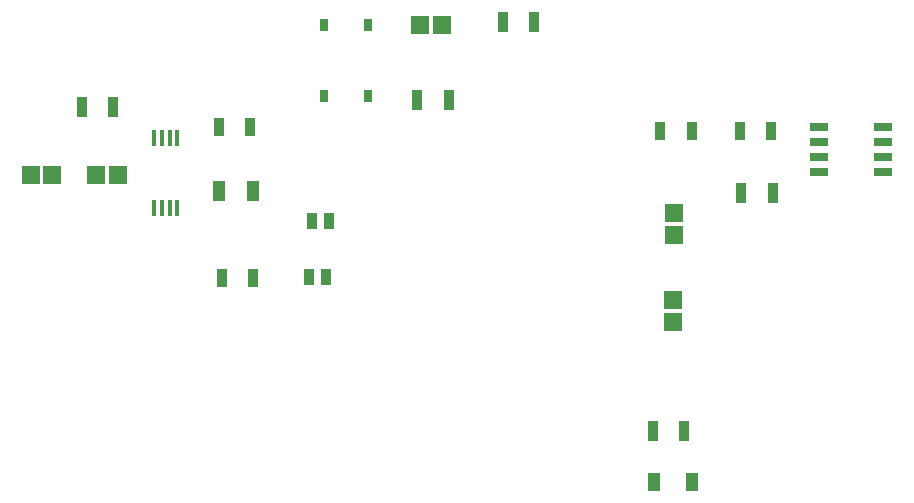
<source format=gtp>
G04*
G04 #@! TF.GenerationSoftware,Altium Limited,Altium Designer,24.1.2 (44)*
G04*
G04 Layer_Color=8421504*
%FSLAX44Y44*%
%MOMM*%
G71*
G04*
G04 #@! TF.SameCoordinates,48E260C1-2FA9-4A74-8A97-B6B365FA718B*
G04*
G04*
G04 #@! TF.FilePolarity,Positive*
G04*
G01*
G75*
%ADD17R,0.9561X1.6582*%
%ADD18R,0.9500X1.3500*%
%ADD19R,0.9561X1.6098*%
%ADD20R,1.5046X1.5562*%
%ADD21R,1.0000X1.5000*%
%ADD22R,1.5562X1.5046*%
%ADD23R,1.5250X0.6500*%
%ADD24R,0.7500X1.0000*%
%ADD25R,0.4500X1.4750*%
%ADD26R,1.1000X1.7000*%
%ADD27R,0.9000X1.6000*%
D17*
X790501Y388620D02*
D03*
X763979D02*
D03*
X280818Y662940D02*
D03*
X307340D02*
D03*
X838909Y590550D02*
D03*
X865431D02*
D03*
X636979Y735330D02*
D03*
X663501D02*
D03*
X591111Y669290D02*
D03*
X564589D02*
D03*
D18*
X472680Y519160D02*
D03*
X487680D02*
D03*
X475220Y566420D02*
D03*
X490220D02*
D03*
D19*
X399739Y518160D02*
D03*
X425761D02*
D03*
X423221Y646430D02*
D03*
X397199D02*
D03*
X863911Y642620D02*
D03*
X837889D02*
D03*
D20*
X255438Y605790D02*
D03*
X237322D02*
D03*
X293034D02*
D03*
X311150D02*
D03*
X585470Y732790D02*
D03*
X567354D02*
D03*
D21*
X765050Y345440D02*
D03*
X797050D02*
D03*
D22*
X782320Y554990D02*
D03*
Y573106D02*
D03*
X781050Y481162D02*
D03*
Y499278D02*
D03*
D23*
X905060Y608330D02*
D03*
Y621030D02*
D03*
Y633730D02*
D03*
Y646430D02*
D03*
X959300D02*
D03*
Y633730D02*
D03*
Y621030D02*
D03*
Y608330D02*
D03*
D24*
X485440Y672310D02*
D03*
Y732310D02*
D03*
X522940Y672310D02*
D03*
Y732310D02*
D03*
D25*
X361540Y636440D02*
D03*
X355040D02*
D03*
X348540D02*
D03*
X342040D02*
D03*
Y577680D02*
D03*
X348540D02*
D03*
X355040D02*
D03*
X361540D02*
D03*
D26*
X396980Y591820D02*
D03*
X425980D02*
D03*
D27*
X797090Y642620D02*
D03*
X770090D02*
D03*
M02*

</source>
